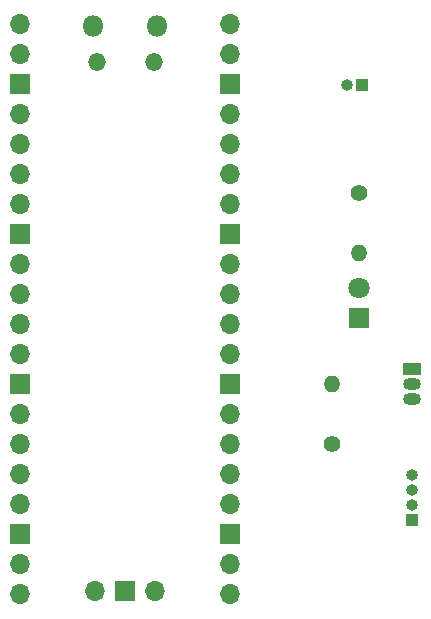
<source format=gbr>
%TF.GenerationSoftware,KiCad,Pcbnew,8.0.1*%
%TF.CreationDate,2024-03-27T17:00:54-03:00*%
%TF.ProjectId,Pond_S6,506f6e64-5f53-4362-9e6b-696361645f70,rev?*%
%TF.SameCoordinates,Original*%
%TF.FileFunction,Soldermask,Bot*%
%TF.FilePolarity,Negative*%
%FSLAX46Y46*%
G04 Gerber Fmt 4.6, Leading zero omitted, Abs format (unit mm)*
G04 Created by KiCad (PCBNEW 8.0.1) date 2024-03-27 17:00:54*
%MOMM*%
%LPD*%
G01*
G04 APERTURE LIST*
%ADD10C,1.400000*%
%ADD11O,1.400000X1.400000*%
%ADD12R,1.000000X1.000000*%
%ADD13O,1.000000X1.000000*%
%ADD14R,1.500000X1.050000*%
%ADD15O,1.500000X1.050000*%
%ADD16O,1.800000X1.800000*%
%ADD17O,1.500000X1.500000*%
%ADD18O,1.700000X1.700000*%
%ADD19R,1.700000X1.700000*%
%ADD20R,1.800000X1.800000*%
%ADD21C,1.800000*%
G04 APERTURE END LIST*
D10*
%TO.C,R2*%
X153450000Y-82240000D03*
D11*
X153450000Y-77160000D03*
%TD*%
D10*
%TO.C,R1*%
X155700000Y-60970000D03*
D11*
X155700000Y-66050000D03*
%TD*%
D12*
%TO.C,J1*%
X155960000Y-51800000D03*
D13*
X154690000Y-51800000D03*
%TD*%
D12*
%TO.C,J2*%
X160200000Y-88660000D03*
D13*
X160200000Y-87390000D03*
X160200000Y-86120000D03*
X160200000Y-84850000D03*
%TD*%
D14*
%TO.C,Q1*%
X160210000Y-75870000D03*
D15*
X160210000Y-77140000D03*
X160210000Y-78410000D03*
%TD*%
D16*
%TO.C,U1*%
X133210000Y-46805000D03*
D17*
X133510000Y-49835000D03*
X138360000Y-49835000D03*
D16*
X138660000Y-46805000D03*
D18*
X127045000Y-46675000D03*
X127045000Y-49215000D03*
D19*
X127045000Y-51755000D03*
D18*
X127045000Y-54295000D03*
X127045000Y-56835000D03*
X127045000Y-59375000D03*
X127045000Y-61915000D03*
D19*
X127045000Y-64455000D03*
D18*
X127045000Y-66995000D03*
X127045000Y-69535000D03*
X127045000Y-72075000D03*
X127045000Y-74615000D03*
D19*
X127045000Y-77155000D03*
D18*
X127045000Y-79695000D03*
X127045000Y-82235000D03*
X127045000Y-84775000D03*
X127045000Y-87315000D03*
D19*
X127045000Y-89855000D03*
D18*
X127045000Y-92395000D03*
X127045000Y-94935000D03*
X144825000Y-94935000D03*
X144825000Y-92395000D03*
D19*
X144825000Y-89855000D03*
D18*
X144825000Y-87315000D03*
X144825000Y-84775000D03*
X144825000Y-82235000D03*
X144825000Y-79695000D03*
D19*
X144825000Y-77155000D03*
D18*
X144825000Y-74615000D03*
X144825000Y-72075000D03*
X144825000Y-69535000D03*
X144825000Y-66995000D03*
D19*
X144825000Y-64455000D03*
D18*
X144825000Y-61915000D03*
X144825000Y-59375000D03*
X144825000Y-56835000D03*
X144825000Y-54295000D03*
D19*
X144825000Y-51755000D03*
D18*
X144825000Y-49215000D03*
X144825000Y-46675000D03*
X133395000Y-94705000D03*
D19*
X135935000Y-94705000D03*
D18*
X138475000Y-94705000D03*
%TD*%
D20*
%TO.C,D1*%
X155700000Y-71575000D03*
D21*
X155700000Y-69035000D03*
%TD*%
M02*

</source>
